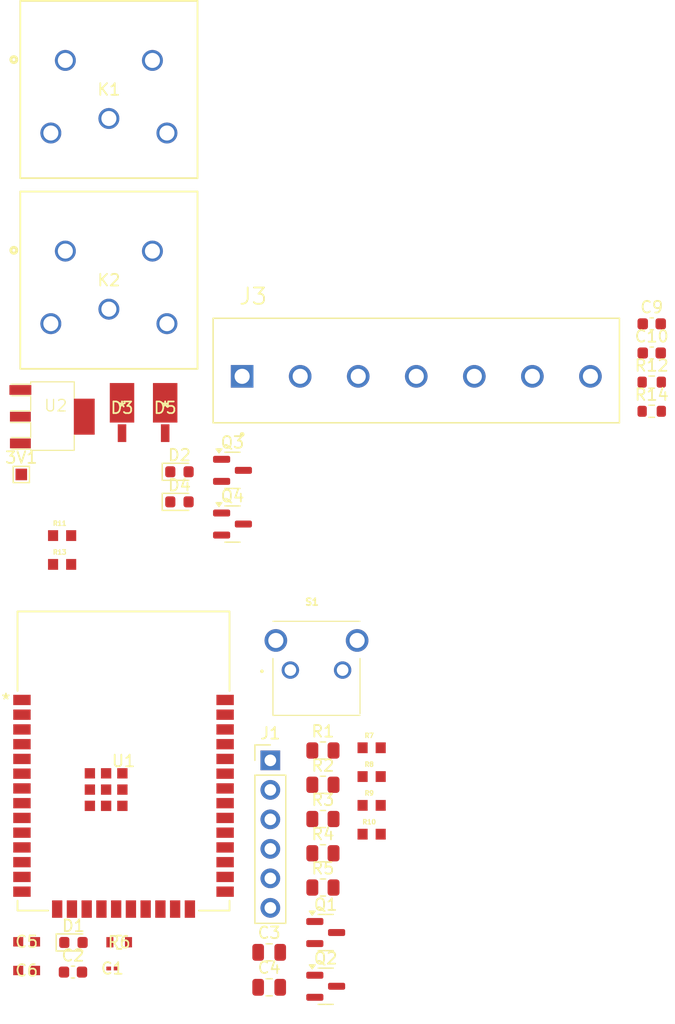
<source format=kicad_pcb>
(kicad_pcb (version 20240108) (generator "pcbnew") (generator_version "8.0")
  (layers (0 "F.Cu" signal) (31 "B.Cu" signal) (34 "B.Paste" user) (35 "F.Paste" user) (36 "B.SilkS" user "B.Silkscreen") (37 "F.SilkS" user "F.Silkscreen") (38 "B.Mask" user) (39 "F.Mask" user) (44 "Edge.Cuts" user))
  (net 0 "")
  (net 1 "+3V3")
  (net 2 "5V")
  (net 3 "/MCU/IP_PROV_SWITCH")
  (net 4 "GND")
  (net 5 "/MCU/EN")
  (net 6 "/MCU/IP_SWITCH_1")
  (net 7 "/MCU/IP_SWITCH_2")
  (net 8 "NEUT")
  (net 9 "Net-(D1-A)")
  (net 10 "Net-(D2-A)")
  (net 11 "Net-(D3-A)")
  (net 12 "Net-(D4-A)")
  (net 13 "Net-(D5-A)")
  (net 14 "LINE")
  (net 15 "/MCU/RX")
  (net 16 "/MCU/DTR")
  (net 17 "/MCU/RTS")
  (net 18 "/MCU/TX")
  (net 19 "/Power section/K2_OP")
  (net 20 "/Power section/K1_OP")
  (net 21 "Net-(Q1-B)")
  (net 22 "/MCU/IO0")
  (net 23 "Net-(Q2-B)")
  (net 24 "Net-(Q3-B)")
  (net 25 "Net-(Q4-B)")
  (net 26 "Net-(R1-Pad2)")
  (net 27 "/MCU/OP_LED")
  (net 28 "/MCU/SWITCH_2")
  (net 29 "/MCU/SWITCH_1")
  (net 30 "/Power section/OP_RELAY_2")
  (net 31 "/Power section/OP_RELAY_1")
  (net 41 "/MCU/OP_RELAY_1")
  (net 49 "/MCU/OP_RELAY_2")
  (net 58 "/Power section/IP_SWITCH_2")
  (net 59 "/Power section/IP_SWITCH_1")
  (footprint "Resistor_SMD:R_0805_2012Metric" (layer "F.Cu") (at 88.8225 108.7)
    (property "Reference" "R1" (at 0 -1.65 0) (layer "F.SilkS"))
    (property "Value" "10K")
    (fp_line (start -0.227064 -0.735) (end 0.227064 -0.735) (stroke (width 0.12)) (layer "F.SilkS"))
    (fp_line (start -0.227064 0.735) (end 0.227064 0.735) (stroke (width 0.12)) (layer "F.SilkS"))
    (pad "1" smd roundrect (at -0.9125 0) (size 1.025 1.4) (layers "F.Cu" "F.Paste" "F.Mask") (roundrect_rratio 0.243902) (net 1 "+3V3"))
    (pad "2" smd roundrect (at 0.9125 0) (size 1.025 1.4) (layers "F.Cu" "F.Paste" "F.Mask") (roundrect_rratio 0.243902) (net 26 "Net-(R1-Pad2)"))
  )
  (footprint "footprient:ESP32­WROOM­32E_EXP" (layer "F.Cu") (at 71.647 109.606)
    (property "Reference" "U1" (at 0 0 0) (layer "F.SilkS"))
    (property "Value" "ESP32-WROOM-32E-N8")
    (fp_line (start -9.1313 -12.8778) (end 9.1313 -12.8778) (stroke (width 0.1524)) (layer "F.SilkS"))
    (fp_line (start -9.1313 -6.03724) (end -9.1313 -12.8778) (stroke (width 0.1524)) (layer "F.SilkS"))
    (fp_line (start -9.1313 12.8778) (end -9.1313 12.02724) (stroke (width 0.1524)) (layer "F.SilkS"))
    (fp_line (start -6.49224 12.8778) (end -9.1313 12.8778) (stroke (width 0.1524)) (layer "F.SilkS"))
    (fp_line (start 9.1313 -12.8778) (end 9.1313 -6.03724) (stroke (width 0.1524)) (layer "F.SilkS"))
    (fp_line (start 9.1313 12.02724) (end 9.1313 12.8778) (stroke (width 0.1524)) (layer "F.SilkS"))
    (fp_line (start 9.1313 12.8778) (end 6.49224 12.8778) (stroke (width 0.1524)) (layer "F.SilkS"))
    (fp_text user "*" (at -10.1343 -5.26 0) (layer "F.SilkS"))
    (fp_text user "*" (at -10.1343 -5.26 0) (layer "F.SilkS"))
    (pad "1" smd rect (at -8.75 -5.26) (size 1.4986 0.889) (layers "F.Cu" "F.Paste" "F.Mask") (net 4 "GND"))
    (pad "2" smd rect (at -8.75 -3.99) (size 1.4986 0.889) (layers "F.Cu" "F.Paste" "F.Mask") (net 1 "+3V3"))
    (pad "3" smd rect (at -8.75 -2.72) (size 1.4986 0.889) (layers "F.Cu" "F.Paste" "F.Mask") (net 5 "/MCU/EN"))
    (pad "4" smd rect (at -8.75 -1.45) (size 1.4986 0.889) (layers "F.Cu" "F.Paste" "F.Mask"))
    (pad "5" smd rect (at -8.75 -0.18) (size 1.4986 0.889) (layers "F.Cu" "F.Paste" "F.Mask"))
    (pad "6" smd rect (at -8.75 1.09) (size 1.4986 0.889) (layers "F.Cu" "F.Paste" "F.Mask") (net 3 "/MCU/IP_PROV_SWITCH"))
    (pad "7" smd rect (at -8.75 2.36) (size 1.4986 0.889) (layers "F.Cu" "F.Paste" "F.Mask"))
    (pad "8" smd rect (at -8.75 3.63) (size 1.4986 0.889) (layers "F.Cu" "F.Paste" "F.Mask"))
    (pad "9" smd rect (at -8.75 4.9) (size 1.4986 0.889) (layers "F.Cu" "F.Paste" "F.Mask"))
    (pad "10" smd rect (at -8.75 6.17) (size 1.4986 0.889) (layers "F.Cu" "F.Paste" "F.Mask") (net 41 "/MCU/OP_RELAY_1"))
    (pad "11" smd rect (at -8.75 7.44) (size 1.4986 0.889) (layers "F.Cu" "F.Paste" "F.Mask") (net 49 "/MCU/OP_RELAY_2"))
    (pad "12" smd rect (at -8.75 8.71) (size 1.4986 0.889) (layers "F.Cu" "F.Paste" "F.Mask") (net 27 "/MCU/OP_LED"))
    (pad "13" smd rect (at -8.75 9.98) (size 1.4986 0.889) (layers "F.Cu" "F.Paste" "F.Mask"))
    (pad "14" smd rect (at -8.75 11.25) (size 1.4986 0.889) (layers "F.Cu" "F.Paste" "F.Mask"))
    (pad "15" smd rect (at -5.715 12.75 90) (size 1.4986 0.889) (layers "F.Cu" "F.Paste" "F.Mask") (net 4 "GND"))
    (pad "16" smd rect (at -4.445 12.75 90) (size 1.4986 0.889) (layers "F.Cu" "F.Paste" "F.Mask"))
    (pad "17" smd rect (at -3.175 12.75 90) (size 1.4986 0.889) (layers "F.Cu" "F.Paste" "F.Mask"))
    (pad "18" smd rect (at -1.905 12.75 90) (size 1.4986 0.889) (layers "F.Cu" "F.Paste" "F.Mask"))
    (pad "19" smd rect (at -0.635 12.75 90) (size 1.4986 0.889) (layers "F.Cu" "F.Paste" "F.Mask"))
    (pad "20" smd rect (at 0.635 12.75 90) (size 1.4986 0.889) (layers "F.Cu" "F.Paste" "F.Mask"))
    (pad "21" smd rect (at 1.905 12.75 90) (size 1.4986 0.889) (layers "F.Cu" "F.Paste" "F.Mask"))
    (pad "22" smd rect (at 3.175 12.75 90) (size 1.4986 0.889) (layers "F.Cu" "F.Paste" "F.Mask"))
    (pad "23" smd rect (at 4.445 12.75 90) (size 1.4986 0.889) (layers "F.Cu" "F.Paste" "F.Mask"))
    (pad "24" smd rect (at 5.715 12.75 90) (size 1.4986 0.889) (layers "F.Cu" "F.Paste" "F.Mask"))
    (pad "25" smd rect (at 8.75 11.25) (size 1.4986 0.889) (layers "F.Cu" "F.Paste" "F.Mask") (net 22 "/MCU/IO0"))
    (pad "26" smd rect (at 8.75 9.98) (size 1.4986 0.889) (layers "F.Cu" "F.Paste" "F.Mask"))
    (pad "27" smd rect (at 8.75 8.71) (size 1.4986 0.889) (layers "F.Cu" "F.Paste" "F.Mask") (net 6 "/MCU/IP_SWITCH_1"))
    (pad "28" smd rect (at 8.75 7.44) (size 1.4986 0.889) (layers "F.Cu" "F.Paste" "F.Mask") (net 7 "/MCU/IP_SWITCH_2"))
    (pad "29" smd rect (at 8.75 6.17) (size 1.4986 0.889) (layers "F.Cu" "F.Paste" "F.Mask"))
    (pad "30" smd rect (at 8.75 4.9) (size 1.4986 0.889) (layers "F.Cu" "F.Paste" "F.Mask"))
    (pad "31" smd rect (at 8.75 3.63) (size 1.4986 0.889) (layers "F.Cu" "F.Paste" "F.Mask"))
    (pad "32" smd rect (at 8.75 2.36) (size 1.4986 0.889) (layers "F.Cu" "F.Paste" "F.Mask"))
    (pad "33" smd rect (at 8.75 1.09) (size 1.4986 0.889) (layers "F.Cu" "F.Paste" "F.Mask"))
    (pad "34" smd rect (at 8.75 -0.18) (size 1.4986 0.889) (layers "F.Cu" "F.Paste" "F.Mask") (net 15 "/MCU/RX"))
    (pad "35" smd rect (at 8.75 -1.45) (size 1.4986 0.889) (layers "F.Cu" "F.Paste" "F.Mask") (net 18 "/MCU/TX"))
    (pad "36" smd rect (at 8.75 -2.72) (size 1.4986 0.889) (layers "F.Cu" "F.Paste" "F.Mask"))
    (pad "37" smd rect (at 8.75 -3.99) (size 1.4986 0.889) (layers "F.Cu" "F.Paste" "F.Mask"))
    (pad "38" smd rect (at 8.75 -5.26) (size 1.4986 0.889) (layers "F.Cu" "F.Paste" "F.Mask") (net 4 "GND"))
    (pad "39" smd rect (at -1.5 2.46) (size 0.889 0.889) (layers "F.Cu" "F.Paste" "F.Mask") (net 4 "GND"))
    (pad "40" smd rect (at -2.9 1.06) (size 0.889 0.889) (layers "F.Cu" "F.Paste" "F.Mask") (net 4 "GND"))
    (pad "41" smd rect (at -2.9 2.46) (size 0.889 0.889) (layers "F.Cu" "F.Paste" "F.Mask") (net 4 "GND"))
    (pad "42" smd rect (at -2.9 3.86) (size 0.889 0.889) (layers "F.Cu" "F.Paste" "F.Mask") (net 4 "GND"))
    (pad "43" smd rect (at -1.5 3.86) (size 0.889 0.889) (layers "F.Cu" "F.Paste" "F.Mask") (net 4 "GND"))
    (pad "44" smd rect (at -0.1 3.86) (size 0.889 0.889) (layers "F.Cu" "F.Paste" "F.Mask") (net 4 "GND"))
    (pad "45" smd rect (at -0.1 2.46) (size 0.889 0.889) (layers "F.Cu" "F.Paste" "F.Mask") (net 4 "GND"))
    (pad "46" smd rect (at -0.1 1.06) (size 0.889 0.889) (layers "F.Cu" "F.Paste" "F.Mask") (net 4 "GND"))
    (pad "47" smd rect (at -1.5 1.06) (size 0.889 0.889) (layers "F.Cu" "F.Paste" "F.Mask") (net 4 "GND"))
  )
  (footprint "Package_TO_SOT_SMD:SOT-23" (layer "F.Cu") (at 89.0625 124.375)
    (property "Reference" "Q1" (at 0 -2.4 0) (layer "F.SilkS"))
    (property "Value" "NPN")
    (fp_line (start 0 -1.56) (end -0.65 -1.56) (stroke (width 0.12)) (layer "F.SilkS"))
    (fp_line (start 0 -1.56) (end 0.65 -1.56) (stroke (width 0.12)) (layer "F.SilkS"))
    (fp_line (start 0 1.56) (end -0.65 1.56) (stroke (width 0.12)) (layer "F.SilkS"))
    (fp_line (start 0 1.56) (end 0.65 1.56) (stroke (width 0.12)) (layer "F.SilkS"))
    (fp_poly (pts (xy -1.1625 -1.51) (xy -1.4025 -1.84) (xy -0.9225 -1.84) (xy -1.1625 -1.51)) (stroke (width 0.12)) (fill solid) (layer "F.SilkS"))
    (pad "1" smd roundrect (at -0.9375 -0.95) (size 1.475 0.6) (layers "F.Cu" "F.Paste" "F.Mask") (net 21 "Net-(Q1-B)"))
    (pad "2" smd roundrect (at -0.9375 0.95) (size 1.475 0.6) (layers "F.Cu" "F.Paste" "F.Mask") (net 17 "/MCU/RTS"))
    (pad "3" smd roundrect (at 0.9375 0) (size 1.475 0.6) (layers "F.Cu" "F.Paste" "F.Mask") (net 5 "/MCU/EN"))
  )
  (footprint "Package_TO_SOT_SMD:SOT-23" (layer "F.Cu") (at 81.0325 89.2)
    (property "Reference" "Q4" (at 0 -2.4 0) (layer "F.SilkS"))
    (property "Value" "NPN")
    (fp_line (start 0 -1.56) (end -0.65 -1.56) (stroke (width 0.12)) (layer "F.SilkS"))
    (fp_line (start 0 -1.56) (end 0.65 -1.56) (stroke (width 0.12)) (layer "F.SilkS"))
    (fp_line (start 0 1.56) (end -0.65 1.56) (stroke (width 0.12)) (layer "F.SilkS"))
    (fp_line (start 0 1.56) (end 0.65 1.56) (stroke (width 0.12)) (layer "F.SilkS"))
    (fp_poly (pts (xy -1.1625 -1.51) (xy -1.4025 -1.84) (xy -0.9225 -1.84) (xy -1.1625 -1.51)) (stroke (width 0.12)) (fill solid) (layer "F.SilkS"))
    (pad "1" smd roundrect (at -0.9375 -0.95) (size 1.475 0.6) (layers "F.Cu" "F.Paste" "F.Mask") (net 25 "Net-(Q4-B)"))
    (pad "2" smd roundrect (at -0.9375 0.95) (size 1.475 0.6) (layers "F.Cu" "F.Paste" "F.Mask") (net 4 "GND"))
    (pad "3" smd roundrect (at 0.9375 0) (size 1.475 0.6) (layers "F.Cu" "F.Paste" "F.Mask") (net 13 "Net-(D5-A)"))
  )
  (footprint "Capacitor_SMD:C_0603_1608Metric" (layer "F.Cu") (at 117.1425 74.47)
    (property "Reference" "C10" (at 0 -1.43 0) (layer "F.SilkS"))
    (property "Value" "1uF")
    (fp_line (start -0.14058 -0.51) (end 0.14058 -0.51) (stroke (width 0.12)) (layer "F.SilkS"))
    (fp_line (start -0.14058 0.51) (end 0.14058 0.51) (stroke (width 0.12)) (layer "F.SilkS"))
    (pad "1" smd roundrect (at -0.775 0) (size 0.9 0.95) (layers "F.Cu" "F.Paste" "F.Mask") (net 1 "+3V3"))
    (pad "2" smd roundrect (at 0.775 0) (size 0.9 0.95) (layers "F.Cu" "F.Paste" "F.Mask") (net 4 "GND"))
  )
  (footprint "Capacitor_SMD:C_0805_2012Metric" (layer "F.Cu") (at 84.1925 126.08)
    (property "Reference" "C3" (at 0 -1.68 0) (layer "F.SilkS"))
    (property "Value" "0.1uF/50V")
    (fp_line (start -0.261252 -0.735) (end 0.261252 -0.735) (stroke (width 0.12)) (layer "F.SilkS"))
    (fp_line (start -0.261252 0.735) (end 0.261252 0.735) (stroke (width 0.12)) (layer "F.SilkS"))
    (pad "1" smd roundrect (at -0.95 0) (size 1 1.45) (layers "F.Cu" "F.Paste" "F.Mask") (net 1 "+3V3"))
    (pad "2" smd roundrect (at 0.95 0) (size 1 1.45) (layers "F.Cu" "F.Paste" "F.Mask") (net 4 "GND"))
  )
  (footprint "Capacitor_SMD:C_0805_2012Metric" (layer "F.Cu") (at 84.1925 129.09)
    (property "Reference" "C4" (at 0 -1.68 0) (layer "F.SilkS"))
    (property "Value" "0.1uF/50V")
    (fp_line (start -0.261252 -0.735) (end 0.261252 -0.735) (stroke (width 0.12)) (layer "F.SilkS"))
    (fp_line (start -0.261252 0.735) (end 0.261252 0.735) (stroke (width 0.12)) (layer "F.SilkS"))
    (pad "1" smd roundrect (at -0.95 0) (size 1 1.45) (layers "F.Cu" "F.Paste" "F.Mask") (net 5 "/MCU/EN"))
    (pad "2" smd roundrect (at 0.95 0) (size 1 1.45) (layers "F.Cu" "F.Paste" "F.Mask") (net 4 "GND"))
  )
  (footprint "LED_SMD:LED_0603_1608Metric" (layer "F.Cu") (at 76.4625 84.7)
    (property "Reference" "D2" (at 0 -1.43 0) (layer "F.SilkS"))
    (property "Value" "LED")
    (fp_line (start -1.485 -0.735) (end -1.485 0.735) (stroke (width 0.12)) (layer "F.SilkS"))
    (fp_line (start -1.485 0.735) (end 0.8 0.735) (stroke (width 0.12)) (layer "F.SilkS"))
    (fp_line (start 0.8 -0.735) (end -1.485 -0.735) (stroke (width 0.12)) (layer "F.SilkS"))
    (pad "1" smd roundrect (at -0.7875 0) (size 0.875 0.95) (layers "F.Cu" "F.Paste" "F.Mask") (net 4 "GND"))
    (pad "2" smd roundrect (at 0.7875 0) (size 0.875 0.95) (layers "F.Cu" "F.Paste" "F.Mask") (net 10 "Net-(D2-A)"))
  )
  (footprint "footprient:RESC1608X55N" (layer "F.Cu") (at 66.3575 92.675)
    (property "Reference" "R13" (at -0.21 -1.05 0) (layer "F.SilkS") (effects (font (size 0.393701 0.393701))))
    (property "Value" "10K")
    (pad "1" smd rect (at -0.78 0) (size 0.87 0.93) (layers "F.Cu" "F.Paste" "F.Mask") (net 12 "Net-(D4-A)"))
    (pad "2" smd rect (at 0.78 0) (size 0.87 0.93) (layers "F.Cu" "F.Paste" "F.Mask") (net 31 "/Power section/OP_RELAY_1"))
  )
  (footprint "footprient:RES_RK73B_1J_KOA" (layer "F.Cu") (at 71.2726 125.2097)
    (property "Reference" "R6" (at 0 0 0) (layer "F.SilkS"))
    (property "Value" "100 ohm")
    (fp_line (start -0.18775 0.5715) (end 0.18775 0.5715) (stroke (width 0.1524)) (layer "F.SilkS"))
    (fp_line (start 0.18775 -0.5715) (end -0.18775 -0.5715) (stroke (width 0.1524)) (layer "F.SilkS"))
    (pad "1" smd rect (at -0.8001 0) (size 0.6096 0.889) (layers "F.Cu" "F.Paste" "F.Mask") (net 27 "/MCU/OP_LED"))
    (pad "2" smd rect (at 0.8001 0) (size 0.6096 0.889) (layers "F.Cu" "F.Paste" "F.Mask") (net 9 "Net-(D1-A)"))
  )
  (footprint "LED_SMD:LED_0603_1608Metric" (layer "F.Cu") (at 67.3325 125.23)
    (property "Reference" "D1" (at 0 -1.43 0) (layer "F.SilkS"))
    (property "Value" "LED")
    (fp_line (start -1.485 -0.735) (end -1.485 0.735) (stroke (width 0.12)) (layer "F.SilkS"))
    (fp_line (start -1.485 0.735) (end 0.8 0.735) (stroke (width 0.12)) (layer "F.SilkS"))
    (fp_line (start 0.8 -0.735) (end -1.485 -0.735) (stroke (width 0.12)) (layer "F.SilkS"))
    (pad "1" smd roundrect (at -0.7875 0) (size 0.875 0.95) (layers "F.Cu" "F.Paste" "F.Mask") (net 4 "GND"))
    (pad "2" smd roundrect (at 0.7875 0) (size 0.875 0.95) (layers "F.Cu" "F.Paste" "F.Mask") (net 9 "Net-(D1-A)"))
  )
  (footprint "Resistor_SMD:R_0603_1608Metric" (layer "F.Cu") (at 117.1425 79.49)
    (property "Reference" "R14" (at 0 -1.43 0) (layer "F.SilkS"))
    (property "Value" "649E")
    (fp_line (start -0.237258 -0.5225) (end 0.237258 -0.5225) (stroke (width 0.12)) (layer "F.SilkS"))
    (fp_line (start -0.237258 0.5225) (end 0.237258 0.5225) (stroke (width 0.12)) (layer "F.SilkS"))
    (pad "1" smd roundrect (at -0.825 0) (size 0.8 0.95) (layers "F.Cu" "F.Paste" "F.Mask") (net 25 "Net-(Q4-B)"))
    (pad "2" smd roundrect (at 0.825 0) (size 0.8 0.95) (layers "F.Cu" "F.Paste" "F.Mask") (net 31 "/Power section/OP_RELAY_1"))
  )
  (footprint "footprient:RELAY5_1415030_TEC" (layer "F.Cu") (at 74.1365 70.7074)
    (property "Reference" "K2" (at -3.75 -2.5057 0) (layer "F.SilkS"))
    (property "Value" "PB766-ND")
    (fp_line (start -11.3827 -10.1384) (end -11.3827 5.127) (stroke (width 0.1524)) (layer "F.SilkS"))
    (fp_line (start -11.3827 5.127) (end 3.8827 5.127) (stroke (width 0.1524)) (layer "F.SilkS"))
    (fp_line (start 3.8827 -10.1384) (end -11.3827 -10.1384) (stroke (width 0.1524)) (layer "F.SilkS"))
    (fp_line (start 3.8827 5.127) (end 3.8827 -10.1384) (stroke (width 0.1524)) (layer "F.SilkS"))
    (fp_circle (center -11.938 -5.08) (end -11.684 -5.08) (stroke (width 0.254)) (fill none) (layer "F.SilkS"))
    (pad "11" thru_hole circle (at -8.75 1.238601) (size 1.8034 1.8034) (drill 1.2954) (layers "*.Cu" "*.Mask") (net 14 "LINE"))
    (pad "12" thru_hole circle (at -3.75 -0.011399) (size 1.8034 1.8034) (drill 1.2954) (layers "*.Cu" "*.Mask") (net 20 "/Power section/K1_OP"))
    (pad "14" thru_hole circle (at 1.25 1.238601) (size 1.8034 1.8034) (drill 1.2954) (layers "*.Cu" "*.Mask") (net 4 "GND"))
    (pad "A1" thru_hole circle (at -7.5 -5.0114) (size 1.8034 1.8034) (drill 1.2954) (layers "*.Cu" "*.Mask") (net 2 "5V"))
    (pad "A2" thru_hole circle (at 0 -5.0114) (size 1.8034 1.8034) (drill 1.2954) (layers "*.Cu" "*.Mask") (net 13 "Net-(D5-A)"))
  )
  (footprint "footprient:CAP_CC0201_YAG" (layer "F.Cu") (at 70.6884 127.4703)
    (property "Reference" "C1" (at 0 0 0) (layer "F.SilkS"))
    (property "Value" "1uF")
    (pad "1" smd rect (at -0.3175 0) (size 0.4064 0.3302) (layers "F.Cu" "F.Paste" "F.Mask") (net 3 "/MCU/IP_PROV_SWITCH"))
    (pad "2" smd rect (at 0.3175 0) (size 0.4064 0.3302) (layers "F.Cu" "F.Paste" "F.Mask") (net 4 "GND"))
  )
  (footprint "Capacitor_SMD:C_0603_1608Metric" (layer "F.Cu") (at 67.2925 127.78)
    (property "Reference" "C2" (at 0 -1.43 0) (layer "F.SilkS"))
    (property "Value" "22uF/10V")
    (fp_line (start -0.14058 -0.51) (end 0.14058 -0.51) (stroke (width 0.12)) (layer "F.SilkS"))
    (fp_line (start -0.14058 0.51) (end 0.14058 0.51) (stroke (width 0.12)) (layer "F.SilkS"))
    (pad "1" smd roundrect (at -0.775 0) (size 0.9 0.95) (layers "F.Cu" "F.Paste" "F.Mask") (net 1 "+3V3"))
    (pad "2" smd roundrect (at 0.775 0) (size 0.9 0.95) (layers "F.Cu" "F.Paste" "F.Mask") (net 4 "GND"))
  )
  (footprint "footprient:RESC1608X55N" (layer "F.Cu") (at 93.0175 110.945)
    (property "Reference" "R8" (at -0.21 -1.05 0) (layer "F.SilkS") (effects (font (size 0.393701 0.393701))))
    (property "Value" "2k")
    (pad "1" smd rect (at -0.78 0) (size 0.87 0.93) (layers "F.Cu" "F.Paste" "F.Mask") (net 29 "/MCU/SWITCH_1"))
    (pad "2" smd rect (at 0.78 0) (size 0.87 0.93) (layers "F.Cu" "F.Paste" "F.Mask") (net 6 "/MCU/IP_SWITCH_1"))
  )
  (footprint "footprient:PTS645VL582LFS" (layer "F.Cu") (at 86.0175 101.775)
    (property "Reference" "S1" (at 1.859 -5.865 0) (layer "F.SilkS") (effects (font (size 0.590551 0.590551))))
    (property "Value" "PTS645VL582LFS")
    (fp_line (start -1.5 3.9) (end -1.5 -1) (stroke (width 0.1)) (layer "F.SilkS"))
    (fp_line (start 6 -4.2) (end -1.5 -4.2) (stroke (width 0.1)) (layer "F.SilkS"))
    (fp_line (start 6 3.75) (end 6 -1) (stroke (width 0.1)) (layer "F.SilkS"))
    (fp_line (start 6 3.9) (end -1.5 3.9) (stroke (width 0.1)) (layer "F.SilkS"))
    (fp_arc (start -2.5 0.1) (mid -2.45 0.05) (end -2.4 0.1) (stroke (width 0.2)) (layer "F.SilkS"))
    (fp_arc (start -2.4 0.1) (mid -2.45 0.15) (end -2.5 0.1) (stroke (width 0.2)) (layer "F.SilkS"))
    (fp_arc (start -2.4 0.1) (mid -2.45 0.15) (end -2.5 0.1) (stroke (width 0.2)) (layer "F.SilkS"))
    (pad "1" thru_hole circle (at 0 0) (size 1.5 1.5) (drill 1) (layers "*.Cu" "*.Mask") (net 26 "Net-(R1-Pad2)"))
    (pad "2" thru_hole circle (at 4.5 0) (size 1.5 1.5) (drill 1) (layers "*.Cu" "*.Mask") (net 4 "GND"))
    (pad "MH1" thru_hole circle (at -1.25 -2.55) (size 1.95 1.95) (drill 1.3) (layers "*.Cu" "*.Mask") (net 4 "GND"))
    (pad "MH2" thru_hole circle (at 5.75 -2.55) (size 1.95 1.95) (drill 1.3) (layers "*.Cu" "*.Mask") (net 4 "GND"))
  )
  (footprint "Resistor_SMD:R_0805_2012Metric" (layer "F.Cu") (at 88.8225 114.6)
    (property "Reference" "R3" (at 0 -1.65 0) (layer "F.SilkS"))
    (property "Value" "10K")
    (fp_line (start -0.227064 -0.735) (end 0.227064 -0.735) (stroke (width 0.12)) (layer "F.SilkS"))
    (fp_line (start -0.227064 0.735) (end 0.227064 0.735) (stroke (width 0.12)) (layer "F.SilkS"))
    (pad "1" smd roundrect (at -0.9125 0) (size 1.025 1.4) (layers "F.Cu" "F.Paste" "F.Mask") (roundrect_rratio 0.243902) (net 1 "+3V3"))
    (pad "2" smd roundrect (at 0.9125 0) (size 1.025 1.4) (layers "F.Cu" "F.Paste" "F.Mask") (roundrect_rratio 0.243902) (net 5 "/MCU/EN"))
  )
  (footprint "Connector_PinHeader_2.54mm:PinHeader_1x06_P2.54mm_Vertical" (layer "F.Cu") (at 84.2925 109.55)
    (property "Reference" "J1" (at 0 -2.33 0) (layer "F.SilkS"))
    (property "Value" "UART1 PROGRAMMER")
    (fp_line (start -1.33 -1.33) (end 0 -1.33) (stroke (width 0.12)) (layer "F.SilkS"))
    (fp_line (start -1.33 0) (end -1.33 -1.33) (stroke (width 0.12)) (layer "F.SilkS"))
    (fp_line (start -1.33 1.27) (end -1.33 14.03) (stroke (width 0.12)) (layer "F.SilkS"))
    (fp_line (start -1.33 1.27) (end 1.33 1.27) (stroke (width 0.12)) (layer "F.SilkS"))
    (fp_line (start -1.33 14.03) (end 1.33 14.03) (stroke (width 0.12)) (layer "F.SilkS"))
    (fp_line (start 1.33 1.27) (end 1.33 14.03) (stroke (width 0.12)) (layer "F.SilkS"))
    (pad "1" thru_hole rect (at 0 0) (size 1.7 1.7) (drill 1) (layers "*.Cu" "*.Mask") (net 1 "+3V3"))
    (pad "2" thru_hole oval (at 0 2.54) (size 1.7 1.7) (drill 1) (layers "*.Cu" "*.Mask") (net 4 "GND"))
    (pad "3" thru_hole oval (at 0 5.08) (size 1.7 1.7) (drill 1) (layers "*.Cu" "*.Mask") (net 15 "/MCU/RX"))
    (pad "4" thru_hole oval (at 0 7.62) (size 1.7 1.7) (drill 1) (layers "*.Cu" "*.Mask") (net 18 "/MCU/TX"))
    (pad "5" thru_hole oval (at 0 10.16) (size 1.7 1.7) (drill 1) (layers "*.Cu" "*.Mask") (net 17 "/MCU/RTS"))
    (pad "6" thru_hole oval (at 0 12.7) (size 1.7 1.7) (drill 1) (layers "*.Cu" "*.Mask") (net 16 "/MCU/DTR"))
  )
  (footprint "footprient:RELAY5_1415030_TEC" (layer "F.Cu") (at 74.1365 54.2896)
    (property "Reference" "K1" (at -3.75 -2.5057 0) (layer "F.SilkS"))
    (property "Value" "PB766-ND")
    (fp_line (start -11.3827 -10.1384) (end -11.3827 5.127) (stroke (width 0.1524)) (layer "F.SilkS"))
    (fp_line (start -11.3827 5.127) (end 3.8827 5.127) (stroke (width 0.1524)) (layer "F.SilkS"))
    (fp_line (start 3.8827 -10.1384) (end -11.3827 -10.1384) (stroke (width 0.1524)) (layer "F.SilkS"))
    (fp_line (start 3.8827 5.127) (end 3.8827 -10.1384) (stroke (width 0.1524)) (layer "F.SilkS"))
    (fp_circle (center -11.938 -5.08) (end -11.684 -5.08) (stroke (width 0.254)) (fill none) (layer "F.SilkS"))
    (pad "11" thru_hole circle (at -8.75 1.238601) (size 1.8034 1.8034) (drill 1.2954) (layers "*.Cu" "*.Mask") (net 14 "LINE"))
    (pad "12" thru_hole circle (at -3.75 -0.011399) (size 1.8034 1.8034) (drill 1.2954) (layers "*.Cu" "*.Mask") (net 19 "/Power section/K2_OP"))
    (pad "14" thru_hole circle (at 1.25 1.238601) (size 1.8034 1.8034) (drill 1.2954) (layers "*.Cu" "*.Mask") (net 4 "GND"))
    (pad "A1" thru_hole circle (at -7.5 -5.0114) (size 1.8034 1.8034) (drill 1.2954) (layers "*.Cu" "*.Mask") (net 2 "5V"))
    (pad "A2" thru_hole circle (at 0 -5.0114) (size 1.8034 1.8034) (drill 1.2954) (layers "*.Cu" "*.Mask") (net 11 "Net-(D3-A)"))
  )
  (footprint "footprient:G-188_MUR" (layer "F.Cu") (at 63.3034 125.1716)
    (property "Reference" "C5" (at 0 0 0) (layer "F.SilkS"))
    (property "Value" "10uF")
    (pad "1" smd rect (at -0.7239 0) (size 0.8636 0.8128) (layers "F.Cu" "F.Paste" "F.Mask") (net 6 "/MCU/IP_SWITCH_1"))
    (pad "2" smd rect (at 0.7239 0) (size 0.8636 0.8128) (layers "F.Cu" "F.Paste" "F.Mask") (net 4 "GND"))
  )
  (footprint "TestPoint:TestPoint_Pad_1.0x1.0mm" (layer "F.Cu") (at 62.8425 84.93)
    (property "Reference" "3V1" (at 0 -1.448 0) (layer "F.SilkS"))
    (property "Value" "TP4")
    (fp_line (start -0.7 -0.7) (end 0.7 -0.7) (stroke (width 0.12)) (layer "F.SilkS"))
    (fp_line (start -0.7 0.7) (end -0.7 -0.7) (stroke (width 0.12)) (layer "F.SilkS"))
    (fp_line (start 0.7 -0.7) (end 0.7 0.7) (stroke (width 0.12)) (layer "F.SilkS"))
    (fp_line (start 0.7 0.7) (end -0.7 0.7) (stroke (width 0.12)) (layer "F.SilkS"))
    (pad "1" smd rect (at 0 0) (size 1 1) (layers "F.Cu" "F.Mask") (net 1 "+3V3"))
  )
  (footprint "Resistor_SMD:R_0805_2012Metric" (layer "F.Cu") (at 88.8225 120.5)
    (property "Reference" "R5" (at 0 -1.65 0) (layer "F.SilkS"))
    (property "Value" "10K")
    (fp_line (start -0.227064 -0.735) (end 0.227064 -0.735) (stroke (width 0.12)) (layer "F.SilkS"))
    (fp_line (start -0.227064 0.735) (end 0.227064 0.735) (stroke (width 0.12)) (layer "F.SilkS"))
    (pad "1" smd roundrect (at -0.9125 0) (size 1.025 1.4) (layers "F.Cu" "F.Paste" "F.Mask") (roundrect_rratio 0.243902) (net 17 "/MCU/RTS"))
    (pad "2" smd roundrect (at 0.9125 0) (size 1.025 1.4) (layers "F.Cu" "F.Paste" "F.Mask") (roundrect_rratio 0.243902) (net 23 "Net-(Q2-B)"))
  )
  (footprint "footprient:G-188_MUR" (layer "F.Cu") (at 63.3034 127.6448)
    (property "Reference" "C6" (at 0 0 0) (layer "F.SilkS"))
    (property "Value" "10uF")
    (pad "1" smd rect (at -0.7239 0) (size 0.8636 0.8128) (layers "F.Cu" "F.Paste" "F.Mask") (net 7 "/MCU/IP_SWITCH_2"))
    (pad "2" smd rect (at 0.7239 0) (size 0.8636 0.8128) (layers "F.Cu" "F.Paste" "F.Mask") (net 4 "GND"))
  )
  (footprint "Package_TO_SOT_SMD:SOT-23" (layer "F.Cu") (at 81.0325 84.575)
    (property "Reference" "Q3" (at 0 -2.4 0) (layer "F.SilkS"))
    (property "Value" "NPN")
    (fp_line (start 0 -1.56) (end -0.65 -1.56) (stroke (width 0.12)) (layer "F.SilkS"))
    (fp_line (start 0 -1.56) (end 0.65 -1.56) (stroke (width 0.12)) (layer "F.SilkS"))
    (fp_line (start 0 1.56) (end -0.65 1.56) (stroke (width 0.12)) (layer "F.SilkS"))
    (fp_line (start 0 1.56) (end 0.65 1.56) (stroke (width 0.12)) (layer "F.SilkS"))
    (fp_poly (pts (xy -1.1625 -1.51) (xy -1.4025 -1.84) (xy -0.9225 -1.84) (xy -1.1625 -1.51)) (stroke (width 0.12)) (fill solid) (layer "F.SilkS"))
    (pad "1" smd roundrect (at -0.9375 -0.95) (size 1.475 0.6) (layers "F.Cu" "F.Paste" "F.Mask") (net 24 "Net-(Q3-B)"))
    (pad "2" smd roundrect (at -0.9375 0.95) (size 1.475 0.6) (layers "F.Cu" "F.Paste" "F.Mask") (net 4 "GND"))
    (pad "3" smd roundrect (at 0.9375 0) (size 1.475 0.6) (layers "F.Cu" "F.Paste" "F.Mask") (net 11 "Net-(D3-A)"))
  )
  (footprint "LED_SMD:LED_0603_1608Metric" (layer "F.Cu") (at 76.4625 87.29)
    (property "Reference" "D4" (at 0 -1.43 0) (layer "F.SilkS"))
    (property "Value" "LED")
    (fp_line (start -1.485 -0.735) (end -1.485 0.735) (stroke (width 0.12)) (layer "F.SilkS"))
    (fp_line (start -1.485 0.735) (end 0.8 0.735) (stroke (width 0.12)) (layer "F.SilkS"))
    (fp_line (start 0.8 -0.735) (end -1.485 -0.735) (stroke (width 0.12)) (layer "F.SilkS"))
    (pad "1" smd roundrect (at -0.7875 0) (size 0.875 0.95) (layers "F.Cu" "F.Paste" "F.Mask") (net 4 "GND"))
    (pad "2" smd roundrect (at 0.7875 0) (size 0.875 0.95) (layers "F.Cu" "F.Paste" "F.Mask") (net 12 "Net-(D4-A)"))
  )
  (footprint "footprient:CUI_TB001-500-07BE" (layer "F.Cu") (at 81.8625 76.48)
    (property "Reference" "J3" (at 0.945 -6.889 0) (layer "F.SilkS") (effects (font (size 1.4 1.4))))
    (property "Value" "Conn_01x07_Pin")
    (fp_line (start -2.5 -5) (end 32.5 -5) (stroke (width 0.127)) (layer "F.SilkS"))
    (fp_line (start -2.5 4) (end -2.5 -5) (stroke (width 0.127)) (layer "F.SilkS"))
    (fp_line (start 32.5 -5) (end 32.5 4) (stroke (width 0.127)) (layer "F.SilkS"))
    (fp_line (start 32.5 4) (end -2.5 4) (stroke (width 0.127)) (layer "F.SilkS"))
    (fp_circle (center 0 5) (end 0.1 5) (stroke (width 0.2)) (fill none) (layer "F.SilkS"))
    (pad "1" thru_hole rect (at 0 0) (size 1.95 1.95) (drill 1.3) (layers "*.Cu" "*.Mask") (net 14 "LINE"))
    (pad "2" thru_hole circle (at 5 0) (size 1.95 1.95) (drill 1.3) (layers "*.Cu" "*.Mask") (net 8 "NEUT"))
    (pad "3" thru_hole circle (at 10 0) (size 1.95 1.95) (drill 1.3) (layers "*.Cu" "*.Mask") (net 20 "/Power section/K1_OP"))
    (pad "4" thru_hole circle (at 15 0) (size 1.95 1.95) (drill 1.3) (layers "*.Cu" "*.Mask") (net 19 "/Power section/K2_OP"))
    (pad "5" thru_hole circle (at 20 0) (size 1.95 1.95) (drill 1.3) (layers "*.Cu" "*.Mask") (net 58 "/Power section/IP_SWITCH_2"))
    (pad "6" thru_hole circle (at 25 0) (size 1.95 1.95) (drill 1.3) (layers "*.Cu" "*.Mask") (net 59 "/Power section/IP_SWITCH_1"))
    (pad "7" thru_hole circle (at 30 0) (size 1.95 1.95) (drill 1.3) (layers "*.Cu" "*.Mask") (net 4 "GND"))
  )
  (footprint "Resistor_SMD:R_0603_1608Metric" (layer "F.Cu") (at 117.1425 76.98)
    (property "Reference" "R12" (at 0 -1.43 0) (layer "F.SilkS"))
    (property "Value" "649E")
    (fp_line (start -0.237258 -0.5225) (end 0.237258 -0.5225) (stroke (width 0.12)) (layer "F.SilkS"))
    (fp_line (start -0.237258 0.5225) (end 0.237258 0.5225) (stroke (width 0.12)) (layer "F.SilkS"))
    (pad "1" smd roundrect (at -0.825 0) (size 0.8 0.95) (layers "F.Cu" "F.Paste" "F.Mask") (net 24 "Net-(Q3-B)"))
    (pad "2" smd roundrect (at 0.825 0) (size 0.8 0.95) (layers "F.Cu" "F.Paste" "F.Mask") (net 30 "/Power section/OP_RELAY_2"))
  )
  (footprint "footprient:IC REG LINEAR 3.3V 1A SOT223-4" (layer "F.Cu") (at 65.3525 79.955)
    (property "Reference" "U2" (at 0.4575 -0.95 0) (layer "F.SilkS") (effects (font (thickness 0.1))))
    (property "Value" "Reg linear 3.3v")
    (fp_line (start -1.75 0.5) (end -3.45 0.5) (stroke (width 0.1)) (layer "F.SilkS"))
    (fp_line (start -1.70056 -1.7) (end -1.70056 -0.5) (stroke (width 0.1)) (layer "F.SilkS"))
    (fp_line (start -1.70056 -0.5) (end -3.434614 -0.5) (stroke (width 0.1)) (layer "F.SilkS"))
    (fp_line (start -1.7 -3) (end 2.05 -3) (stroke (width 0.1)) (layer "F.SilkS"))
    (fp_line (start -1.7 -2.8) (end -3.4 -2.8) (stroke (width 0.1)) (layer "F.SilkS"))
    (fp_line (start -1.7 -2.8) (end -1.7 -3) (stroke (width 0.1)) (layer "F.SilkS"))
    (fp_line (start -1.7 -1.8) (end -3.4 -1.8) (stroke (width 0.1)) (layer "F.SilkS"))
    (fp_line (start -1.7 0.5) (end -1.7 1.8) (stroke (width 0.1)) (layer "F.SilkS"))
    (fp_line (start -1.7 1.8) (end -3.4 1.8) (stroke (width 0.1)) (layer "F.SilkS"))
    (fp_line (start -1.7 2.8) (end -3.4 2.8) (stroke (width 0.1)) (layer "F.SilkS"))
    (fp_line (start -1.7 2.8) (end -1.7 2.9) (stroke (width 0.1)) (layer "F.SilkS"))
    (fp_line (start -1.7 2.9) (end 2 2.9) (stroke (width 0.1)) (layer "F.SilkS"))
    (fp_line (start 2.05 -3) (end 2.05 -1.6) (stroke (width 0.1)) (layer "F.SilkS"))
    (fp_line (start 2.05 2.9) (end 2.05 1.6) (stroke (width 0.1)) (layer "F.SilkS"))
    (pad "1" smd rect (at -1.7 -2.3 90) (size 0.84 1.89) (drill (offset 0 -0.89)) (layers "F.Cu" "F.Paste" "F.Mask") (net 4 "GND"))
    (pad "2" smd rect (at -1.7 0 270) (size 0.84 1.8) (drill (offset 0 0.89)) (layers "F.Cu" "F.Paste" "F.Mask") (net 1 "+3V3"))
    (pad "2" smd rect (at 3.4 0 180) (size 1.8 3.1) (drill (offset 0.49 0)) (layers "F.Cu" "F.Paste" "F.Mask") (net 1 "+3V3"))
    (pad "3" smd rect (at -1.7 2.3 90) (size 0.84 1.8) (drill (offset 0 -0.89)) (layers "F.Cu" "F.Paste" "F.Mask") (net 2 "5V"))
  )
  (footprint "footprient:RESC1608X55N" (layer "F.Cu") (at 93.0175 108.465)
    (property "Reference" "R7" (at -0.21 -1.05 0) (layer "F.SilkS") (effects (font (size 0.393701 0.393701))))
    (property "Value" "2k")
    (pad "1" smd rect (at -0.78 0) (size 0.87 0.93) (layers "F.Cu" "F.Paste" "F.Mask") (net 28 "/MCU/SWITCH_2"))
    (pad "2" smd rect (at 0.78 0) (size 0.87 0.93) (layers "F.Cu" "F.Paste" "F.Mask") (net 7 "/MCU/IP_SWITCH_2"))
  )
  (footprint "footprient:RESC1608X55N" (layer "F.Cu") (at 93.0175 113.425)
    (property "Reference" "R9" (at -0.21 -1.05 0) (layer "F.SilkS") (effects (font (size 0.393701 0.393701))))
    (property "Value" "2k")
    (pad "1" smd rect (at -0.78 0) (size 0.87 0.93) (layers "F.Cu" "F.Paste" "F.Mask") (net 29 "/MCU/SWITCH_1"))
    (pad "2" smd rect (at 0.78 0) (size 0.87 0.93) (layers "F.Cu" "F.Paste" "F.Mask") (net 1 "+3V3"))
  )
  (footprint "Resistor_SMD:R_0805_2012Metric" (layer "F.Cu") (at 88.8225 111.65)
    (property "Reference" "R2" (at 0 -1.65 0) (layer "F.SilkS"))
    (property "Value" "10K")
    (fp_line (start -0.227064 -0.735) (end 0.227064 -0.735) (stroke (width 0.12)) (layer "F.SilkS"))
    (fp_line (start -0.227064 0.735) (end 0.227064 0.735) (stroke (width 0.12)) (layer "F.SilkS"))
    (pad "1" smd roundrect (at -0.9125 0) (size 1.025 1.4) (layers "F.Cu" "F.Paste" "F.Mask") (roundrect_rratio 0.243902) (net 3 "/MCU/IP_PROV_SWITCH"))
    (pad "2" smd roundrect (at 0.9125 0) (size 1.025 1.4) (layers "F.Cu" "F.Paste" "F.Mask") (roundrect_rratio 0.243902) (net 26 "Net-(R1-Pad2)"))
  )
  (footprint "footprient:CR_POWERMITE_457-04_ONS" (layer "F.Cu") (at 75.2342 79.191)
    (property "Reference" "D5" (at 0 0 0) (layer "F.SilkS"))
    (property "Value" "D_Schottky")
    (fp_text user "*" (at 0 0 0) (layer "F.SilkS"))
    (fp_text user "*" (at 0 0 0) (layer "F.SilkS"))
    (pad "1" smd rect (at 0 -0.4318) (size 2.1082 3.4036) (layers "F.Cu" "F.Paste" "F.Mask") (net 2 "5V"))
    (pad "2" smd rect (at 0 2.1844) (size 0.7366 1.524) (layers "F.Cu" "F.Paste" "F.Mask") (net 13 "Net-(D5-A)"))
  )
  (footprint "footprient:CR_POWERMITE_457-04_ONS" (layer "F.Cu") (at 71.5164 79.191)
    (property "Reference" "D3" (at 0 0 0) (layer "F.SilkS"))
    (property "Value" "D_Schottky")
    (fp_text user "*" (at 0 0 0) (layer "F.SilkS"))
    (fp_text user "*" (at 0 0 0) (layer "F.SilkS"))
    (pad "1" smd rect (at 0 -0.4318) (size 2.1082 3.4036) (layers "F.Cu" "F.Paste" "F.Mask") (net 2 "5V"))
    (pad "2" smd rect (at 0 2.1844) (size 0.7366 1.524) (layers "F.Cu" "F.Paste" "F.Mask") (net 11 "Net-(D3-A)"))
  )
  (footprint "Package_TO_SOT_SMD:SOT-23" (layer "F.Cu") (at 89.0625 129)
    (property "Reference" "Q2" (at 0 -2.4 0) (layer "F.SilkS"))
    (property "Value" "NPN")
    (fp_line (start 0 -1.56) (end -0.65 -1.56) (stroke (width 0.12)) (layer "F.SilkS"))
    (fp_line (start 0 -1.56) (end 0.65 -1.56) (stroke (width 0.12)) (layer "F.SilkS"))
    (fp_line (start 0 1.56) (end -0.65 1.56) (stroke (width 0.12)) (layer "F.SilkS"))
    (fp_line (start 0 1.56) (end 0.65 1.56) (stroke (width 0.12)) (layer "F.SilkS"))
    (fp_poly (pts (xy -1.1625 -1.51) (xy -1.4025 -1.84) (xy -0.9225 -1.84) (xy -1.1625 -1.51)) (stroke (width 0.12)) (fill solid) (layer "F.SilkS"))
    (pad "1" smd roundrect (at -0.9375 -0.95) (size 1.475 0.6) (layers "F.Cu" "F.Paste" "F.Mask") (net 23 "Net-(Q2-B)"))
    (pad "2" smd roundrect (at -0.9375 0.95) (size 1.475 0.6) (layers "F.Cu" "F.Paste" "F.Mask") (net 22 "/MCU/IO0"))
    (pad "3" smd roundrect (at 0.9375 0) (size 1.475 0.6) (layers "F.Cu" "F.Paste" "F.Mask") (net 16 "/MCU/DTR"))
  )
  (footprint "Capacitor_SMD:C_0603_1608Metric" (layer "F.Cu") (at 117.1425 71.96)
    (property "Reference" "C9" (at 0 -1.43 0) (layer "F.SilkS"))
    (property "Value" "1uF")
    (fp_line (start -0.14058 -0.51) (end 0.14058 -0.51) (stroke (width 0.12)) (layer "F.SilkS"))
    (fp_line (start -0.14058 0.51) (end 0.14058 0.51) (stroke (width 0.12)) (layer "F.SilkS"))
    (pad "1" smd roundrect (at -0.775 0) (size 0.9 0.95) (layers "F.Cu" "F.Paste" "F.Mask") (net 2 "5V"))
    (pad "2" smd roundrect (at 0.775 0) (size 0.9 0.95) (layers "F.Cu" "F.Paste" "F.Mask") (net 4 "GND"))
  )
  (footprint "footprient:RESC1608X55N" (layer "F.Cu") (at 66.3575 90.195)
    (property "Reference" "R11" (at -0.21 -1.05 0) (layer "F.SilkS") (effects (font (size 0.393701 0.393701))))
    (property "Value" "10K")
    (pad "1" smd rect (at -0.78 0) (size 0.87 0.93) (layers "F.Cu" "F.Paste" "F.Mask") (net 10 "Net-(D2-A)"))
    (pad "2" smd rect (at 0.78 0) (size 0.87 0.93) (layers "F.Cu" "F.Paste" "F.Mask") (net 30 "/Power section/OP_RELAY_2"))
  )
  (footprint "Resistor_SMD:R_0805_2012Metric" (layer "F.Cu") (at 88.8225 117.55)
    (property "Reference" "R4" (at 0 -1.65 0) (layer "F.SilkS"))
    (property "Value" "10K")
    (fp_line (start -0.227064 -0.735) (end 0.227064 -0.735) (stroke (width 0.12)) (layer "F.SilkS"))
    (fp_line (start -0.227064 0.735) (end 0.227064 0.735) (stroke (width 0.12)) (layer "F.SilkS"))
    (pad "1" smd roundrect (at -0.9125 0) (size 1.025 1.4) (layers "F.Cu" "F.Paste" "F.Mask") (roundrect_rratio 0.243902) (net 16 "/MCU/DTR"))
    (pad "2" smd roundrect (at 0.9125 0) (size 1.025 1.4) (layers "F.Cu" "F.Paste" "F.Mask") (roundrect_rratio 0.243902) (net 21 "Net-(Q1-B)"))
  )
  (footprint "footprient:RESC1608X55N" (layer "F.Cu") (at 93.0175 115.905)
    (property "Reference" "R10" (at -0.21 -1.05 0) (layer "F.SilkS") (effects (font (size 0.393701 0.393701))))
    (property "Value" "2k")
    (pad "1" smd rect (at -0.78 0) (size 0.87 0.93) (layers "F.Cu" "F.Paste" "F.Mask") (net 28 "/MCU/SWITCH_2"))
    (pad "2" smd rect (at 0.78 0) (size 0.87 0.93) (layers "F.Cu" "F.Paste" "F.Mask") (net 1 "+3V3"))
  )
)
</source>
